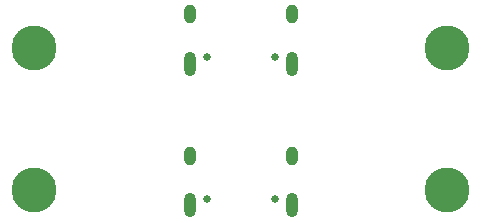
<source format=gbr>
%TF.GenerationSoftware,KiCad,Pcbnew,5.1.10-88a1d61d58~88~ubuntu20.04.1*%
%TF.CreationDate,2021-04-30T20:16:28-07:00*%
%TF.ProjectId,kb-db_panel,6b622d64-625f-4706-916e-656c2e6b6963,rev?*%
%TF.SameCoordinates,Original*%
%TF.FileFunction,Soldermask,Bot*%
%TF.FilePolarity,Negative*%
%FSLAX46Y46*%
G04 Gerber Fmt 4.6, Leading zero omitted, Abs format (unit mm)*
G04 Created by KiCad (PCBNEW 5.1.10-88a1d61d58~88~ubuntu20.04.1) date 2021-04-30 20:16:28*
%MOMM*%
%LPD*%
G01*
G04 APERTURE LIST*
%ADD10C,3.800000*%
%ADD11C,0.650000*%
%ADD12O,1.000000X2.100000*%
%ADD13O,1.000000X1.600000*%
G04 APERTURE END LIST*
D10*
%TO.C,H2*%
X61487000Y-75472000D03*
%TD*%
D11*
%TO.C,USB1*%
X76102000Y-76229000D03*
X81882000Y-76229000D03*
D12*
X83312000Y-76759000D03*
X74672000Y-76759000D03*
D13*
X83312000Y-72579000D03*
X74672000Y-72579000D03*
%TD*%
D10*
%TO.C,H1*%
X96487000Y-75472000D03*
%TD*%
%TO.C,H2*%
X61487000Y-63472000D03*
%TD*%
%TO.C,H1*%
X96487000Y-63472000D03*
%TD*%
D11*
%TO.C,USB1*%
X76102000Y-64229000D03*
X81882000Y-64229000D03*
D12*
X83312000Y-64759000D03*
X74672000Y-64759000D03*
D13*
X83312000Y-60579000D03*
X74672000Y-60579000D03*
%TD*%
M02*

</source>
